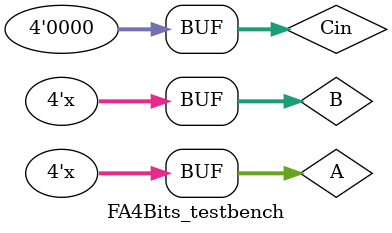
<source format=v>
`timescale 1ns / 1ps


module FA4Bits_testbench;

	// Inputs
	reg [3:0] A;
	reg [3:0] B;
	reg [3:0] Cin;

	// Outputs
	wire [4:0] SUM;
	wire [3:0] Co;

	// Instantiate the Unit Under Test (UUT)
	FullAdder4Bits uut (
		.A(A), 
		.B(B), 
		.Cin(Cin), 
		.SUM(SUM), 
		.Co(Co)
	);

	initial begin
		// Initialize Inputs
		A = 0;
		B = 0;
		Cin = 0;

		// Wait 100 ns for global reset to finish
		#100;
       
		// Add stimulus here

	end
 always
 begin
	A = A+1;
	B = B+1;
	#100;
 end
endmodule


</source>
